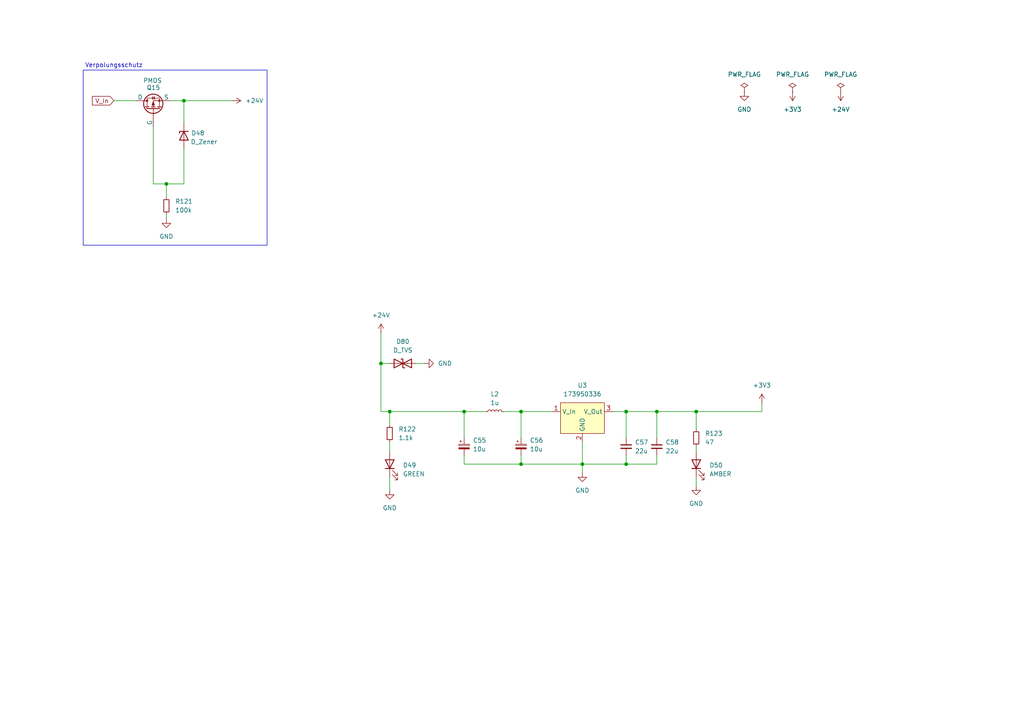
<source format=kicad_sch>
(kicad_sch (version 20231120) (generator "eeschema") (generator_version "8.0")
  (paper "A4")
  (title_block (title "PDU FT25") (date "2024-11-23") (rev "V1.1") (company "Janek Herm") (comment 1 "FaSTTUBe Electronics"))
  (lib_symbols
    (symbol "Device:C_Polarized_Small" (pin_numbers hide) (pin_names (offset 0.254) hide)
      (property "Reference" "C" (at 0.254 1.778 0))
      (property "Value" "C_Polarized_Small" (at 0.254 -2.032 0))
      (symbol "C_Polarized_Small_0_1"
        (rectangle (start -1.524 -0.3048) (end 1.524 -0.6858) (fill (type outline)))
        (rectangle (start -1.524 0.6858) (end 1.524 0.3048))
        (polyline (pts (xy -1.27 1.524) (xy -0.762 1.524)))
        (polyline (pts (xy -1.016 1.27) (xy -1.016 1.778)))
      )
      (symbol "C_Polarized_Small_1_1"
        (pin passive line (at 0 2.54 270) (length 1.8542) (name "~") (number "1"))
        (pin passive line (at 0 -2.54 90) (length 1.8542) (name "~") (number "2"))
      )
    )
    (symbol "Device:C_Small" (pin_numbers hide) (pin_names (offset 0.254) hide)
      (property "Reference" "C" (at 0.254 1.778 0))
      (property "Value" "C_Small" (at 0.254 -2.032 0))
      (symbol "C_Small_0_1"
        (polyline (pts (xy -1.524 -0.508) (xy 1.524 -0.508)) (stroke (width 0.3302)))
        (polyline (pts (xy -1.524 0.508) (xy 1.524 0.508)) (stroke (width 0.3048)))
      )
      (symbol "C_Small_1_1"
        (pin passive line (at 0 2.54 270) (length 2.032) (name "~") (number "1"))
        (pin passive line (at 0 -2.54 90) (length 2.032) (name "~") (number "2"))
      )
    )
    (symbol "Device:D_TVS" (pin_numbers hide) (pin_names (offset 1.016) hide)
      (property "Reference" "D" (at 0 2.54 0))
      (property "Value" "D_TVS" (at 0 -2.54 0))
      (symbol "D_TVS_0_1"
        (polyline (pts (xy 1.27 0) (xy -1.27 0)))
        (polyline (pts (xy 0.508 1.27) (xy 0 1.27) (xy 0 -1.27) (xy -0.508 -1.27)) (stroke (width 0.254)))
        (polyline (pts (xy -2.54 1.27) (xy -2.54 -1.27) (xy 2.54 1.27) (xy 2.54 -1.27) (xy -2.54 1.27)) (stroke (width 0.254)))
      )
      (symbol "D_TVS_1_1"
        (pin passive line (at -3.81 0 0) (length 2.54) (name "A1") (number "1"))
        (pin passive line (at 3.81 0 180) (length 2.54) (name "A2") (number "2"))
      )
    )
    (symbol "Device:D_Zener" (pin_numbers hide) (pin_names (offset 1.016) hide)
      (property "Reference" "D" (at 0 2.54 0))
      (property "Value" "D_Zener" (at 0 -2.54 0))
      (symbol "D_Zener_0_1"
        (polyline (pts (xy 1.27 0) (xy -1.27 0)))
        (polyline (pts (xy -1.27 -1.27) (xy -1.27 1.27) (xy -0.762 1.27)) (stroke (width 0.254)))
        (polyline (pts (xy 1.27 -1.27) (xy 1.27 1.27) (xy -1.27 0) (xy 1.27 -1.27)) (stroke (width 0.254)))
      )
      (symbol "D_Zener_1_1"
        (pin passive line (at -3.81 0 0) (length 2.54) (name "K") (number "1"))
        (pin passive line (at 3.81 0 180) (length 2.54) (name "A") (number "2"))
      )
    )
    (symbol "Device:LED" (pin_numbers hide) (pin_names (offset 1.016) hide)
      (property "Reference" "D" (at 0 2.54 0))
      (property "Value" "LED" (at 0 -2.54 0))
      (symbol "LED_0_1"
        (polyline (pts (xy -1.27 -1.27) (xy -1.27 1.27)) (stroke (width 0.254)))
        (polyline (pts (xy -1.27 0) (xy 1.27 0)))
        (polyline (pts (xy 1.27 -1.27) (xy 1.27 1.27) (xy -1.27 0) (xy 1.27 -1.27)) (stroke (width 0.254)))
        (polyline (pts (xy -3.048 -0.762) (xy -4.572 -2.286) (xy -3.81 -2.286) (xy -4.572 -2.286) (xy -4.572 -1.524)))
        (polyline (pts (xy -1.778 -0.762) (xy -3.302 -2.286) (xy -2.54 -2.286) (xy -3.302 -2.286) (xy -3.302 -1.524)))
      )
      (symbol "LED_1_1"
        (pin passive line (at -3.81 0 0) (length 2.54) (name "K") (number "1"))
        (pin passive line (at 3.81 0 180) (length 2.54) (name "A") (number "2"))
      )
    )
    (symbol "Device:L_Small" (pin_numbers hide) (pin_names (offset 0.254) hide)
      (property "Reference" "L" (at 0.762 1.016 0))
      (property "Value" "L_Small" (at 0.762 -1.016 0))
      (symbol "L_Small_0_1"
        (arc (start 0 -2.032) (mid 0.5058 -1.524) (end 0 -1.016))
        (arc (start 0 -1.016) (mid 0.5058 -0.508) (end 0 0))
        (arc (start 0 0) (mid 0.5058 0.508) (end 0 1.016))
        (arc (start 0 1.016) (mid 0.5058 1.524) (end 0 2.032))
      )
      (symbol "L_Small_1_1"
        (pin passive line (at 0 2.54 270) (length 0.508) (name "~") (number "1"))
        (pin passive line (at 0 -2.54 90) (length 0.508) (name "~") (number "2"))
      )
    )
    (symbol "Device:R_Small" (pin_numbers hide) (pin_names (offset 0.254) hide)
      (property "Reference" "R" (at 0.762 0.508 0))
      (property "Value" "R_Small" (at 0.762 -1.016 0))
      (symbol "R_Small_0_1"
        (rectangle (start -0.762 1.778) (end 0.762 -1.778) (stroke (width 0.2032)))
      )
      (symbol "R_Small_1_1"
        (pin passive line (at 0 2.54 270) (length 0.762) (name "~") (number "1"))
        (pin passive line (at 0 -2.54 90) (length 0.762) (name "~") (number "2"))
      )
    )
    (symbol "FaSTTUBe_Voltage_Regulators:MagI3C-WPME-FDSM"
      (property "Reference" "U" (at 0 6.858 0))
      (property "Value" "WPME-FDSM" (at -0.254 4.826 0))
      (symbol "MagI3C-WPME-FDSM_1_1"
        (rectangle (start -6.35 3.81) (end 6.35 -5.08) (fill (type background)))
        (pin input line (at -8.89 1.27 0) (length 2.54) (name "V_In") (number "1"))
        (pin power_in line (at 0 -7.62 90) (length 2.54) (name "GND") (number "2"))
        (pin passive line (at 8.89 1.27 180) (length 2.54) (name "V_Out") (number "3"))
      )
    )
    (symbol "Simulation_SPICE:PMOS" (pin_numbers hide) (pin_names (offset 0))
      (property "Reference" "Q" (at 5.08 1.27 0))
      (property "Value" "PMOS" (at 5.08 -1.27 0))
      (symbol "PMOS_0_1"
        (polyline (pts (xy 0.254 0) (xy -2.54 0)))
        (polyline (pts (xy 0.254 1.905) (xy 0.254 -1.905)) (stroke (width 0.254)))
        (polyline (pts (xy 0.762 -1.27) (xy 0.762 -2.286)) (stroke (width 0.254)))
        (polyline (pts (xy 0.762 0.508) (xy 0.762 -0.508)) (stroke (width 0.254)))
        (polyline (pts (xy 0.762 2.286) (xy 0.762 1.27)) (stroke (width 0.254)))
        (polyline (pts (xy 2.54 2.54) (xy 2.54 1.778)))
        (polyline (pts (xy 2.54 -2.54) (xy 2.54 0) (xy 0.762 0)))
        (polyline (pts (xy 0.762 1.778) (xy 3.302 1.778) (xy 3.302 -1.778) (xy 0.762 -1.778)))
        (polyline (pts (xy 2.286 0) (xy 1.27 0.381) (xy 1.27 -0.381) (xy 2.286 0)) (fill (type outline)))
        (polyline (pts (xy 2.794 -0.508) (xy 2.921 -0.381) (xy 3.683 -0.381) (xy 3.81 -0.254)))
        (polyline (pts (xy 3.302 -0.381) (xy 2.921 0.254) (xy 3.683 0.254) (xy 3.302 -0.381)))
        (circle (center 1.651 0) (radius 2.794) (stroke (width 0.254)))
        (circle (center 2.54 -1.778) (radius 0.254) (fill (type outline)))
        (circle (center 2.54 1.778) (radius 0.254) (fill (type outline)))
      )
      (symbol "PMOS_1_1"
        (pin passive line (at 2.54 5.08 270) (length 2.54) (name "D") (number "1"))
        (pin input line (at -5.08 0 0) (length 2.54) (name "G") (number "2"))
        (pin passive line (at 2.54 -5.08 90) (length 2.54) (name "S") (number "3"))
      )
    )
    (symbol "power:+24V" (power) (pin_numbers hide) (pin_names (offset 0) hide)
      (property "Value" "+24V" (at 0 3.556 0))
      (symbol "+24V_0_1"
        (polyline (pts (xy -0.762 1.27) (xy 0 2.54)))
        (polyline (pts (xy 0 0) (xy 0 2.54)))
        (polyline (pts (xy 0 2.54) (xy 0.762 1.27)))
      )
      (symbol "+24V_1_1"
        (pin power_in line (at 0 0 90) (length 0) (name "~") (number "1"))
      )
    )
    (symbol "power:+3.3V" (power) (pin_numbers hide) (pin_names (offset 0) hide)
      (property "Value" "+3.3V" (at 0 3.556 0))
      (symbol "+3.3V_0_1"
        (polyline (pts (xy -0.762 1.27) (xy 0 2.54)))
        (polyline (pts (xy 0 0) (xy 0 2.54)))
        (polyline (pts (xy 0 2.54) (xy 0.762 1.27)))
      )
      (symbol "+3.3V_1_1"
        (pin power_in line (at 0 0 90) (length 0) (name "~") (number "1"))
      )
    )
    (symbol "power:GND" (power) (pin_numbers hide) (pin_names (offset 0) hide)
      (property "Value" "GND" (at 0 -3.81 0))
      (symbol "GND_0_1"
        (polyline (pts (xy 0 0) (xy 0 -1.27) (xy 1.27 -1.27) (xy 0 -2.54) (xy -1.27 -1.27) (xy 0 -1.27)))
      )
      (symbol "GND_1_1"
        (pin power_in line (at 0 0 270) (length 0) (name "~") (number "1"))
      )
    )
    (symbol "power:PWR_FLAG" (power) (pin_numbers hide) (pin_names (offset 0) hide)
      (property "Value" "PWR_FLAG" (at 0 3.81 0))
      (symbol "PWR_FLAG_0_0"
        (pin power_out line (at 0 0 90) (length 0) (name "~") (number "1"))
      )
      (symbol "PWR_FLAG_0_1"
        (polyline (pts (xy 0 0) (xy 0 1.27) (xy -1.016 1.905) (xy 0 2.54) (xy 1.016 1.905) (xy 0 1.27)))
      )
    )
  )
  (junction (at 113.03 119.38))
  (junction (at 181.61 134.62))
  (junction (at 110.49 105.41))
  (junction (at 181.61 119.38))
  (junction (at 190.5 119.38))
  (junction (at 53.34 29.21))
  (junction (at 48.26 53.34))
  (junction (at 168.91 134.62))
  (junction (at 201.93 119.38))
  (junction (at 134.62 119.38))
  (junction (at 151.13 134.62))
  (junction (at 151.13 119.38))
  (wire (pts (xy 201.93 119.38) (xy 220.98 119.38)))
  (wire (pts (xy 181.61 134.62) (xy 190.5 134.62)))
  (wire (pts (xy 181.61 132.08) (xy 181.61 134.62)))
  (wire (pts (xy 168.91 134.62) (xy 168.91 137.16)))
  (wire (pts (xy 48.26 53.34) (xy 48.26 57.15)))
  (wire (pts (xy 53.34 43.18) (xy 53.34 53.34)))
  (wire (pts (xy 110.49 96.52) (xy 110.49 105.41)))
  (wire (pts (xy 53.34 29.21) (xy 53.34 35.56)))
  (wire (pts (xy 113.03 119.38) (xy 113.03 123.19)))
  (wire (pts (xy 151.13 119.38) (xy 160.02 119.38)))
  (wire (pts (xy 168.91 128.27) (xy 168.91 134.62)))
  (wire (pts (xy 110.49 119.38) (xy 113.03 119.38)))
  (wire (pts (xy 146.05 119.38) (xy 151.13 119.38)))
  (wire (pts (xy 181.61 119.38) (xy 181.61 127)))
  (wire (pts (xy 48.26 53.34) (xy 53.34 53.34)))
  (wire (pts (xy 190.5 134.62) (xy 190.5 132.08)))
  (wire (pts (xy 177.8 119.38) (xy 181.61 119.38)))
  (wire (pts (xy 201.93 129.54) (xy 201.93 130.81)))
  (wire (pts (xy 110.49 105.41) (xy 110.49 119.38)))
  (wire (pts (xy 49.53 29.21) (xy 53.34 29.21)))
  (wire (pts (xy 113.03 128.27) (xy 113.03 130.81)))
  (wire (pts (xy 33.02 29.21) (xy 39.37 29.21)))
  (wire (pts (xy 151.13 119.38) (xy 151.13 127)))
  (wire (pts (xy 190.5 119.38) (xy 190.5 127)))
  (wire (pts (xy 168.91 134.62) (xy 181.61 134.62)))
  (wire (pts (xy 201.93 138.43) (xy 201.93 140.97)))
  (wire (pts (xy 113.03 138.43) (xy 113.03 142.24)))
  (wire (pts (xy 181.61 119.38) (xy 190.5 119.38)))
  (wire (pts (xy 190.5 119.38) (xy 201.93 119.38)))
  (wire (pts (xy 44.45 36.83) (xy 44.45 53.34)))
  (wire (pts (xy 44.45 53.34) (xy 48.26 53.34)))
  (wire (pts (xy 220.98 119.38) (xy 220.98 116.84)))
  (wire (pts (xy 113.03 119.38) (xy 134.62 119.38)))
  (wire (pts (xy 134.62 119.38) (xy 134.62 127)))
  (wire (pts (xy 134.62 119.38) (xy 140.97 119.38)))
  (wire (pts (xy 123.19 105.41) (xy 120.65 105.41)))
  (wire (pts (xy 201.93 119.38) (xy 201.93 124.46)))
  (wire (pts (xy 151.13 132.08) (xy 151.13 134.62)))
  (wire (pts (xy 151.13 134.62) (xy 168.91 134.62)))
  (wire (pts (xy 134.62 132.08) (xy 134.62 134.62)))
  (wire (pts (xy 110.49 105.41) (xy 113.03 105.41)))
  (wire (pts (xy 134.62 134.62) (xy 151.13 134.62)))
  (wire (pts (xy 48.26 62.23) (xy 48.26 63.5)))
  (wire (pts (xy 53.34 29.21) (xy 67.31 29.21)))
  (rectangle (start 24.13 20.32) (end 77.47 71.12))
  (text "Verpolungsschutz" (at 33.02 19.05 0) (effects (font (size 1.27 1.27))))
  (global_label "V_In" (shape input) (at 33.02 29.21 180) (property "Intersheetrefs" "${INTERSHEET_REFS}" (effects (hide yes))))
  (symbol (lib_id "Simulation_SPICE:PMOS") (at 44.45 31.75 90) (unit 1)
    (property "Reference" "Q15" (at 46.4821 25.4 90) (effects (justify left)))
    (property "Value" "PMOS" (at 46.9901 23.368 90) (effects (justify left)))
    (property "Datasheet" "https://ngspice.sourceforge.io/docs/ngspice-html-manual/manual.xhtml#cha_MOSFETs" (effects (hide yes)))
    (property "Description" "P-MOSFET transistor, drain/source/gate" (effects (hide yes)))
    (property "Sim.Device" "PMOS" (effects (hide yes)))
    (property "Sim.Type" "VDMOS" (effects (hide yes)))
    (property "Sim.Pins" "1=D 2=G 3=S" (effects (hide yes)))
  )
  (symbol (lib_id "Device:R_Small") (at 113.03 125.73 0) (unit 1)
    (property "Reference" "R122" (at 115.57 124.4599 0) (effects (justify left)))
    (property "Value" "1.1k" (at 115.57 126.9999 0) (effects (justify left)))
    (property "Description" "Resistor, small symbol" (effects (hide yes)))
  )
  (symbol (lib_id "power:PWR_FLAG") (at 243.84 26.67 0) (unit 1)
    (property "Reference" "#FLG02" (effects (hide yes)))
    (property "Value" "PWR_FLAG" (at 243.84 21.59 0))
    (property "Description" "Special symbol for telling ERC where power comes from" (effects (hide yes)))
  )
  (symbol (lib_id "power:+3.3V") (at 220.98 116.84 0) (unit 1)
    (property "Reference" "#PWR0160" (effects (hide yes)))
    (property "Value" "+3V3" (at 220.98 111.76 0))
    (property "Description" "Power symbol creates a global label with name \"+3.3V\"" (effects (hide yes)))
  )
  (symbol (lib_id "power:+24V") (at 67.31 29.21 270) (unit 1)
    (property "Reference" "#PWR0157" (effects (hide yes)))
    (property "Value" "+24V" (at 71.12 29.2099 90) (effects (justify left)))
    (property "Description" "Power symbol creates a global label with name \"+24V\"" (effects (hide yes)))
  )
  (symbol (lib_id "power:GND") (at 48.26 63.5 0) (mirror y) (unit 1)
    (property "Reference" "#PWR0158" (effects (hide yes)))
    (property "Value" "GND" (at 48.26 68.58 0))
    (property "Description" "Power symbol creates a global label with name \"GND\" , ground" (effects (hide yes)))
  )
  (symbol (lib_id "Device:C_Small") (at 181.61 129.54 0) (unit 1)
    (property "Reference" "C57" (at 184.15 128.2762 0) (effects (justify left)))
    (property "Value" "22u" (at 184.15 130.8162 0) (effects (justify left)))
    (property "Footprint" "Capacitor_SMD:C_1210_3225Metric_Pad1.33x2.70mm_HandSolder" (effects (hide yes)))
    (property "Description" "Unpolarized capacitor, small symbol" (effects (hide yes)))
    (property "MPR" "885012109014" (effects (hide yes)))
  )
  (symbol (lib_id "power:PWR_FLAG") (at 215.9 26.67 0) (unit 1)
    (property "Reference" "#FLG01" (effects (hide yes)))
    (property "Value" "PWR_FLAG" (at 215.9 21.59 0))
    (property "Description" "Special symbol for telling ERC where power comes from" (effects (hide yes)))
  )
  (symbol (lib_id "Device:C_Small") (at 190.5 129.54 0) (unit 1)
    (property "Reference" "C58" (at 193.04 128.2762 0) (effects (justify left)))
    (property "Value" "22u" (at 193.04 130.8162 0) (effects (justify left)))
    (property "Footprint" "Capacitor_SMD:C_1210_3225Metric_Pad1.33x2.70mm_HandSolder" (effects (hide yes)))
    (property "Description" "Unpolarized capacitor, small symbol" (effects (hide yes)))
    (property "MPR" "885012109014" (effects (hide yes)))
  )
  (symbol (lib_id "power:GND") (at 113.03 142.24 0) (unit 1)
    (property "Reference" "#PWR0163" (effects (hide yes)))
    (property "Value" "GND" (at 113.03 147.32 0))
    (property "Description" "Power symbol creates a global label with name \"GND\" , ground" (effects (hide yes)))
  )
  (symbol (lib_id "Device:L_Small") (at 143.51 119.38 90) (unit 1)
    (property "Reference" "L2" (at 143.51 114.3 90))
    (property "Value" "1u" (at 143.51 116.84 90))
    (property "Footprint" "7447730:WE-PD2_453255" (effects (hide yes)))
    (property "Datasheet" "https://www.we-online.com/components/products/datasheet/7447730.pdf" (effects (hide yes)))
    (property "Description" "Inductor, small symbol" (effects (hide yes)))
    (property "MPR" "WE 7447730" (effects (hide yes)))
  )
  (symbol (lib_id "Device:LED") (at 113.03 134.62 90) (unit 1)
    (property "Reference" "D49" (at 116.84 134.9374 90) (effects (justify right)))
    (property "Value" "GREEN" (at 116.84 137.4774 90) (effects (justify right)))
    (property "Datasheet" "https://www.we-online.com/components/products/datasheet/150040GS73220.pdf" (effects (hide yes)))
    (property "Description" "Light emitting diode" (effects (hide yes)))
    (property "MPR" "150040GS73220" (effects (hide yes)))
  )
  (symbol (lib_id "Device:LED") (at 201.93 134.62 90) (unit 1)
    (property "Reference" "D50" (at 205.74 134.9374 90) (effects (justify right)))
    (property "Value" "AMBER" (at 205.74 137.4774 90) (effects (justify right)))
    (property "Datasheet" "https://www.we-online.com/components/products/datasheet/150040AS73240.pdf" (effects (hide yes)))
    (property "Description" "Light emitting diode" (effects (hide yes)))
    (property "Field5" "MPR" (effects (hide yes)))
  )
  (symbol (lib_id "power:+3.3V") (at 229.87 26.67 180) (unit 1)
    (property "Reference" "#PWR076" (effects (hide yes)))
    (property "Value" "+3V3" (at 229.87 31.75 0))
    (property "Description" "Power symbol creates a global label with name \"+3.3V\"" (effects (hide yes)))
  )
  (symbol (lib_id "power:GND") (at 215.9 26.67 0) (unit 1)
    (property "Reference" "#PWR0159" (effects (hide yes)))
    (property "Value" "GND" (at 215.9 31.75 0))
    (property "Description" "Power symbol creates a global label with name \"GND\" , ground" (effects (hide yes)))
  )
  (symbol (lib_id "power:PWR_FLAG") (at 229.87 26.67 0) (unit 1)
    (property "Reference" "#FLG03" (effects (hide yes)))
    (property "Value" "PWR_FLAG" (at 229.87 21.59 0))
    (property "Description" "Special symbol for telling ERC where power comes from" (effects (hide yes)))
  )
  (symbol (lib_id "Device:C_Polarized_Small") (at 151.13 129.54 0) (unit 1)
    (property "Reference" "C56" (at 153.67 127.7238 0) (effects (justify left)))
    (property "Value" "10u" (at 153.67 130.2638 0) (effects (justify left)))
    (property "Footprint" "875115852001:CAPAE830X900N" (effects (hide yes)))
    (property "Datasheet" "https://www.we-online.com/components/products/datasheet/875115852001.pdf" (effects (hide yes)))
    (property "Description" "Polarized capacitor, small symbol" (effects (hide yes)))
    (property "MPR" "875115852001" (effects (hide yes)))
  )
  (symbol (lib_id "Device:R_Small") (at 48.26 59.69 0) (mirror y) (unit 1)
    (property "Reference" "R121" (at 50.8 58.4199 0) (effects (justify right)))
    (property "Value" "100k" (at 50.8 60.9599 0) (effects (justify right)))
    (property "Footprint" "Resistor_SMD:R_0603_1608Metric_Pad0.98x0.95mm_HandSolder" (effects (hide yes)))
    (property "Description" "Resistor, small symbol" (effects (hide yes)))
  )
  (symbol (lib_id "power:+24V") (at 243.84 26.67 180) (unit 1)
    (property "Reference" "#PWR086" (effects (hide yes)))
    (property "Value" "+24V" (at 243.84 31.75 0))
    (property "Description" "Power symbol creates a global label with name \"+24V\"" (effects (hide yes)))
  )
  (symbol (lib_id "power:+24V") (at 110.49 96.52 0) (unit 1)
    (property "Reference" "#PWR028" (effects (hide yes)))
    (property "Value" "+24V" (at 110.49 91.44 0))
    (property "Description" "Power symbol creates a global label with name \"+24V\"" (effects (hide yes)))
  )
  (symbol (lib_id "FaSTTUBe_Voltage_Regulators:MagI3C-WPME-FDSM") (at 168.91 120.65 0) (unit 1)
    (property "Reference" "U3" (at 168.91 111.76 0))
    (property "Value" "173950336" (at 168.91 114.3 0))
    (property "Footprint" "173010342:173010342" (effects (hide yes)))
    (property "Datasheet" "https://www.we-online.com/components/products/datasheet/173950336.pdf" (effects (hide yes)))
  )
  (symbol (lib_id "Device:D_Zener") (at 53.34 39.37 90) (mirror x) (unit 1)
    (property "Reference" "D48" (at 57.404 38.608 90))
    (property "Value" "D_Zener" (at 59.182 41.148 90))
    (property "Description" "Zener diode" (effects (hide yes)))
  )
  (symbol (lib_id "power:GND") (at 123.19 105.41 90) (mirror x) (unit 1)
    (property "Reference" "#PWR0200" (effects (hide yes)))
    (property "Value" "GND" (at 127 105.4099 90) (effects (justify right)))
    (property "Description" "Power symbol creates a global label with name \"GND\" , ground" (effects (hide yes)))
  )
  (symbol (lib_id "Device:R_Small") (at 201.93 127 0) (unit 1)
    (property "Reference" "R123" (at 204.47 125.7299 0) (effects (justify left)))
    (property "Value" "47" (at 204.47 128.2699 0) (effects (justify left)))
    (property "Description" "Resistor, small symbol" (effects (hide yes)))
  )
  (symbol (lib_id "Device:D_TVS") (at 116.84 105.41 0) (mirror x) (unit 1)
    (property "Reference" "D80" (at 116.84 99.06 0))
    (property "Value" "D_TVS" (at 116.84 101.6 0))
    (property "Description" "Bidirectional transient-voltage-suppression diode" (effects (hide yes)))
  )
  (symbol (lib_id "power:GND") (at 201.93 140.97 0) (unit 1)
    (property "Reference" "#PWR0162" (effects (hide yes)))
    (property "Value" "GND" (at 201.93 146.05 0))
    (property "Description" "Power symbol creates a global label with name \"GND\" , ground" (effects (hide yes)))
  )
  (symbol (lib_id "power:GND") (at 168.91 137.16 0) (unit 1)
    (property "Reference" "#PWR0161" (effects (hide yes)))
    (property "Value" "GND" (at 168.91 142.24 0))
    (property "Description" "Power symbol creates a global label with name \"GND\" , ground" (effects (hide yes)))
  )
  (symbol (lib_id "Device:C_Polarized_Small") (at 134.62 129.54 0) (unit 1)
    (property "Reference" "C55" (at 137.16 127.7238 0) (effects (justify left)))
    (property "Value" "10u" (at 137.16 130.2638 0) (effects (justify left)))
    (property "Footprint" "875115852001:CAPAE830X900N" (effects (hide yes)))
    (property "Datasheet" "https://www.we-online.com/components/products/datasheet/875115852001.pdf" (effects (hide yes)))
    (property "Description" "Polarized capacitor, small symbol" (effects (hide yes)))
    (property "MPR" "875115852001" (effects (hide yes)))
  )
)
</source>
